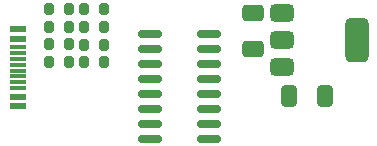
<source format=gtp>
G04 #@! TF.GenerationSoftware,KiCad,Pcbnew,9.0.3*
G04 #@! TF.CreationDate,2025-08-03T15:24:15-04:00*
G04 #@! TF.ProjectId,CH32V003A4M6,43483332-5630-4303-9341-344d362e6b69,rev?*
G04 #@! TF.SameCoordinates,Original*
G04 #@! TF.FileFunction,Paste,Top*
G04 #@! TF.FilePolarity,Positive*
%FSLAX46Y46*%
G04 Gerber Fmt 4.6, Leading zero omitted, Abs format (unit mm)*
G04 Created by KiCad (PCBNEW 9.0.3) date 2025-08-03 15:24:15*
%MOMM*%
%LPD*%
G01*
G04 APERTURE LIST*
G04 Aperture macros list*
%AMRoundRect*
0 Rectangle with rounded corners*
0 $1 Rounding radius*
0 $2 $3 $4 $5 $6 $7 $8 $9 X,Y pos of 4 corners*
0 Add a 4 corners polygon primitive as box body*
4,1,4,$2,$3,$4,$5,$6,$7,$8,$9,$2,$3,0*
0 Add four circle primitives for the rounded corners*
1,1,$1+$1,$2,$3*
1,1,$1+$1,$4,$5*
1,1,$1+$1,$6,$7*
1,1,$1+$1,$8,$9*
0 Add four rect primitives between the rounded corners*
20,1,$1+$1,$2,$3,$4,$5,0*
20,1,$1+$1,$4,$5,$6,$7,0*
20,1,$1+$1,$6,$7,$8,$9,0*
20,1,$1+$1,$8,$9,$2,$3,0*%
G04 Aperture macros list end*
%ADD10RoundRect,0.250000X-0.412500X-0.650000X0.412500X-0.650000X0.412500X0.650000X-0.412500X0.650000X0*%
%ADD11R,1.450000X0.600000*%
%ADD12R,1.450000X0.300000*%
%ADD13RoundRect,0.150000X-0.850000X-0.150000X0.850000X-0.150000X0.850000X0.150000X-0.850000X0.150000X0*%
%ADD14RoundRect,0.250000X0.650000X-0.412500X0.650000X0.412500X-0.650000X0.412500X-0.650000X-0.412500X0*%
%ADD15RoundRect,0.200000X-0.200000X-0.275000X0.200000X-0.275000X0.200000X0.275000X-0.200000X0.275000X0*%
%ADD16RoundRect,0.200000X0.200000X0.275000X-0.200000X0.275000X-0.200000X-0.275000X0.200000X-0.275000X0*%
%ADD17RoundRect,0.375000X-0.625000X-0.375000X0.625000X-0.375000X0.625000X0.375000X-0.625000X0.375000X0*%
%ADD18RoundRect,0.500000X-0.500000X-1.400000X0.500000X-1.400000X0.500000X1.400000X-0.500000X1.400000X0*%
G04 APERTURE END LIST*
D10*
X158237500Y-122250000D03*
X161362500Y-122250000D03*
D11*
X135295000Y-116600000D03*
X135295000Y-117400000D03*
D12*
X135295000Y-118600000D03*
X135295000Y-119600000D03*
X135295000Y-120100000D03*
X135295000Y-121100000D03*
D11*
X135295000Y-122300000D03*
X135295000Y-123100000D03*
X135295000Y-123100000D03*
X135295000Y-122300000D03*
D12*
X135295000Y-121600000D03*
X135295000Y-120600000D03*
X135295000Y-119100000D03*
X135295000Y-118100000D03*
D11*
X135295000Y-117400000D03*
X135295000Y-116600000D03*
D13*
X146500000Y-117005000D03*
X146500000Y-118275000D03*
X146500000Y-119545000D03*
X146500000Y-120815000D03*
X146500000Y-122085000D03*
X146500000Y-123355000D03*
X146500000Y-124625000D03*
X146500000Y-125895000D03*
X151500000Y-125895000D03*
X151500000Y-124625000D03*
X151500000Y-123355000D03*
X151500000Y-122085000D03*
X151500000Y-120815000D03*
X151500000Y-119545000D03*
X151500000Y-118275000D03*
X151500000Y-117005000D03*
D14*
X155250000Y-118312500D03*
X155250000Y-115187500D03*
D15*
X140950000Y-114903936D03*
X142600000Y-114903936D03*
D16*
X139618933Y-116392409D03*
X137968933Y-116392409D03*
D15*
X140950000Y-116401968D03*
X142600000Y-116401968D03*
D16*
X139618933Y-117895220D03*
X137968933Y-117895220D03*
D17*
X157700000Y-115200000D03*
X157700000Y-117500000D03*
D18*
X164000000Y-117500000D03*
D17*
X157700000Y-119800000D03*
D15*
X140950000Y-119398032D03*
X142600000Y-119398032D03*
X140950000Y-117900000D03*
X142600000Y-117900000D03*
X137968933Y-119398031D03*
X139618933Y-119398031D03*
X137968933Y-114889598D03*
X139618933Y-114889598D03*
M02*

</source>
